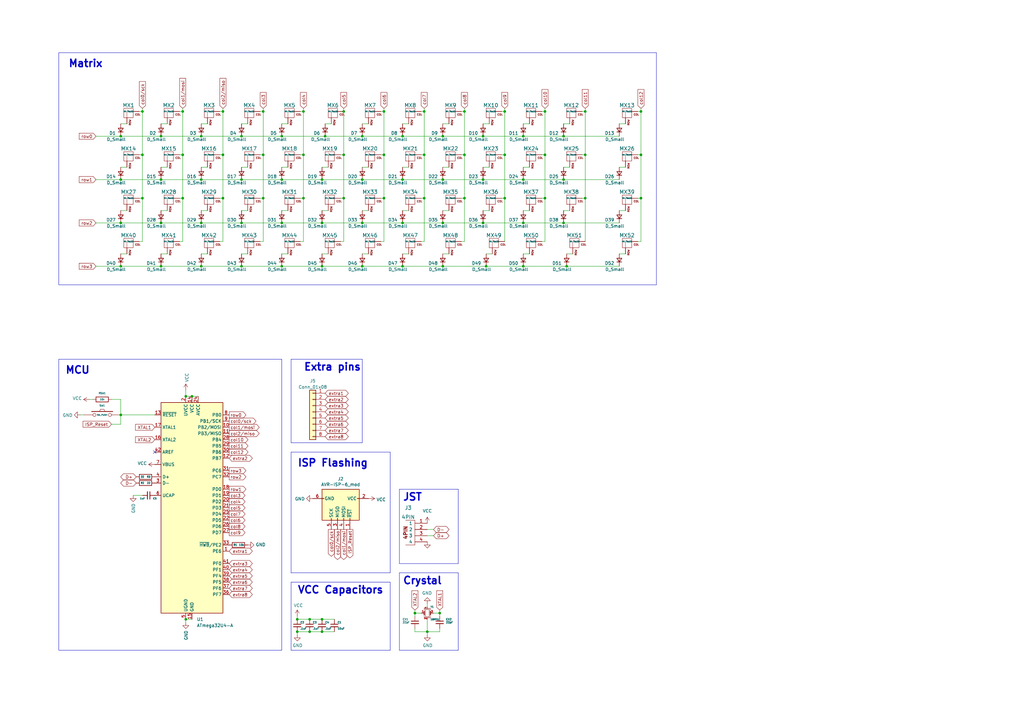
<source format=kicad_sch>
(kicad_sch (version 20230121) (generator eeschema)
  (paper "A3")
  (junction (at 66.04 91.44))
  (junction (at 140.97 63.5))
  (junction (at 133.35 55.88))
  (junction (at 214.63 55.88))
  (junction (at 157.48 45.72))
  (junction (at 190.5 81.28))
  (junction (at 91.44 45.72))
  (junction (at 121.92 254))
  (junction (at 214.63 91.44))
  (junction (at 49.53 170.18))
  (junction (at 58.42 63.5))
  (junction (at 214.63 109.22))
  (junction (at 148.59 91.44))
  (junction (at 132.08 91.44))
  (junction (at 99.06 91.44))
  (junction (at 148.59 55.88))
  (junction (at 99.06 55.88))
  (junction (at 223.52 45.72))
  (junction (at 262.89 63.5))
  (junction (at 58.42 81.28))
  (junction (at 99.06 73.66))
  (junction (at 49.53 91.44))
  (junction (at 170.18 251.46))
  (junction (at 198.12 55.88))
  (junction (at 175.26 259.08))
  (junction (at 180.34 251.46))
  (junction (at 181.61 73.66))
  (junction (at 121.92 259.08))
  (junction (at 58.42 45.72))
  (junction (at 165.1 109.22))
  (junction (at 231.14 91.44))
  (junction (at 82.55 91.44))
  (junction (at 124.46 45.72))
  (junction (at 223.52 81.28))
  (junction (at 78.74 162.56))
  (junction (at 231.14 73.66))
  (junction (at 124.46 63.5))
  (junction (at 190.5 45.72))
  (junction (at 207.01 81.28))
  (junction (at 181.61 91.44))
  (junction (at 76.2 254))
  (junction (at 66.04 109.22))
  (junction (at 124.46 81.28))
  (junction (at 165.1 55.88))
  (junction (at 82.55 109.22))
  (junction (at 132.08 254))
  (junction (at 190.5 63.5))
  (junction (at 66.04 73.66))
  (junction (at 127 259.08))
  (junction (at 140.97 45.72))
  (junction (at 74.93 63.5))
  (junction (at 207.01 63.5))
  (junction (at 115.57 91.44))
  (junction (at 231.14 55.88))
  (junction (at 91.44 63.5))
  (junction (at 107.95 63.5))
  (junction (at 132.08 259.08))
  (junction (at 132.08 109.22))
  (junction (at 107.95 45.72))
  (junction (at 127 254))
  (junction (at 157.48 81.28))
  (junction (at 214.63 73.66))
  (junction (at 148.59 109.22))
  (junction (at 49.53 73.66))
  (junction (at 91.44 81.28))
  (junction (at 115.57 73.66))
  (junction (at 165.1 73.66))
  (junction (at 115.57 109.22))
  (junction (at 165.1 91.44))
  (junction (at 223.52 63.5))
  (junction (at 157.48 63.5))
  (junction (at 99.06 109.22))
  (junction (at 173.99 45.72))
  (junction (at 240.03 63.5))
  (junction (at 181.61 109.22))
  (junction (at 140.97 81.28))
  (junction (at 82.55 55.88))
  (junction (at 49.53 55.88))
  (junction (at 262.89 45.72))
  (junction (at 107.95 81.28))
  (junction (at 199.39 109.22))
  (junction (at 262.89 81.28))
  (junction (at 207.01 45.72))
  (junction (at 76.2 162.56))
  (junction (at 115.57 55.88))
  (junction (at 66.04 55.88))
  (junction (at 132.08 73.66))
  (junction (at 181.61 55.88))
  (junction (at 74.93 45.72))
  (junction (at 198.12 73.66))
  (junction (at 82.55 73.66))
  (junction (at 49.53 109.22))
  (junction (at 240.03 81.28))
  (junction (at 232.41 109.22))
  (junction (at 74.93 81.28))
  (junction (at 173.99 81.28))
  (junction (at 148.59 73.66))
  (junction (at 240.03 45.72))
  (junction (at 173.99 63.5))
  (junction (at 198.12 91.44))
  (no_connect (at 63.5 185.42))
  (wire (pts (xy 223.52 63.5) (xy 222.25 63.5)))
  (wire (pts (xy 140.97 81.28) (xy 139.7 81.28)))
  (wire (pts (xy 157.48 63.5) (xy 156.21 63.5)))
  (wire (pts (xy 231.14 73.66) (xy 254 73.66)))
  (polyline (pts (xy 160.02 185.42) (xy 160.02 234.95)))
  (wire (pts (xy 214.63 104.14) (xy 217.17 104.14)))
  (wire (pts (xy 165.1 91.44) (xy 181.61 91.44)))
  (wire (pts (xy 107.95 45.72) (xy 106.68 45.72)))
  (wire (pts (xy 45.72 163.83) (xy 49.53 163.83)))
  (wire (pts (xy 76.2 254) (xy 76.2 255.27)))
  (wire (pts (xy 180.34 259.08) (xy 180.34 257.81)))
  (wire (pts (xy 199.39 104.14) (xy 201.93 104.14)))
  (wire (pts (xy 38.1 163.83) (xy 36.83 163.83)))
  (polyline (pts (xy 160.02 234.95) (xy 119.38 234.95)))
  (wire (pts (xy 115.57 68.58) (xy 118.11 68.58)))
  (wire (pts (xy 137.16 254) (xy 132.08 254)))
  (wire (pts (xy 189.23 63.5) (xy 190.5 63.5)))
  (wire (pts (xy 231.14 50.8) (xy 233.68 50.8)))
  (wire (pts (xy 115.57 50.8) (xy 118.11 50.8)))
  (wire (pts (xy 132.08 68.58) (xy 134.62 68.58)))
  (wire (pts (xy 123.19 81.28) (xy 124.46 81.28)))
  (wire (pts (xy 223.52 44.45) (xy 223.52 45.72)))
  (wire (pts (xy 123.19 63.5) (xy 124.46 63.5)))
  (wire (pts (xy 172.72 251.46) (xy 170.18 251.46)))
  (wire (pts (xy 106.68 63.5) (xy 107.95 63.5)))
  (wire (pts (xy 231.14 86.36) (xy 233.68 86.36)))
  (wire (pts (xy 238.76 63.5) (xy 240.03 63.5)))
  (wire (pts (xy 73.66 63.5) (xy 74.93 63.5)))
  (wire (pts (xy 254 68.58) (xy 256.54 68.58)))
  (wire (pts (xy 254 50.8) (xy 256.54 50.8)))
  (wire (pts (xy 57.15 63.5) (xy 58.42 63.5)))
  (wire (pts (xy 261.62 63.5) (xy 262.89 63.5)))
  (wire (pts (xy 157.48 45.72) (xy 157.48 63.5)))
  (wire (pts (xy 181.61 91.44) (xy 198.12 91.44)))
  (wire (pts (xy 254 86.36) (xy 256.54 86.36)))
  (wire (pts (xy 189.23 45.72) (xy 190.5 45.72)))
  (wire (pts (xy 214.63 109.22) (xy 232.41 109.22)))
  (wire (pts (xy 34.29 170.18) (xy 33.02 170.18)))
  (wire (pts (xy 139.7 63.5) (xy 140.97 63.5)))
  (wire (pts (xy 66.04 68.58) (xy 68.58 68.58)))
  (wire (pts (xy 73.66 45.72) (xy 74.93 45.72)))
  (wire (pts (xy 49.53 68.58) (xy 52.07 68.58)))
  (wire (pts (xy 76.2 162.56) (xy 78.74 162.56)))
  (wire (pts (xy 165.1 86.36) (xy 167.64 86.36)))
  (wire (pts (xy 58.42 63.5) (xy 58.42 81.28)))
  (wire (pts (xy 165.1 109.22) (xy 181.61 109.22)))
  (wire (pts (xy 132.08 104.14) (xy 134.62 104.14)))
  (wire (pts (xy 123.19 45.72) (xy 124.46 45.72)))
  (wire (pts (xy 91.44 63.5) (xy 91.44 81.28)))
  (wire (pts (xy 90.17 99.06) (xy 91.44 99.06)))
  (wire (pts (xy 66.04 50.8) (xy 68.58 50.8)))
  (wire (pts (xy 180.34 251.46) (xy 180.34 250.19)))
  (wire (pts (xy 99.06 109.22) (xy 115.57 109.22)))
  (wire (pts (xy 115.57 55.88) (xy 133.35 55.88)))
  (wire (pts (xy 173.99 44.45) (xy 173.99 45.72)))
  (polyline (pts (xy 163.83 200.66) (xy 187.96 200.66)))
  (wire (pts (xy 107.95 45.72) (xy 107.95 63.5)))
  (wire (pts (xy 148.59 109.22) (xy 165.1 109.22)))
  (wire (pts (xy 207.01 44.45) (xy 207.01 45.72)))
  (wire (pts (xy 82.55 104.14) (xy 85.09 104.14)))
  (wire (pts (xy 180.34 251.46) (xy 180.34 252.73)))
  (wire (pts (xy 207.01 81.28) (xy 205.74 81.28)))
  (polyline (pts (xy 187.96 266.7) (xy 187.96 234.95)))
  (wire (pts (xy 156.21 99.06) (xy 157.48 99.06)))
  (wire (pts (xy 58.42 45.72) (xy 58.42 63.5)))
  (wire (pts (xy 172.72 81.28) (xy 173.99 81.28)))
  (wire (pts (xy 262.89 81.28) (xy 262.89 99.06)))
  (wire (pts (xy 49.53 109.22) (xy 66.04 109.22)))
  (wire (pts (xy 124.46 99.06) (xy 123.19 99.06)))
  (wire (pts (xy 74.93 81.28) (xy 74.93 99.06)))
  (wire (pts (xy 107.95 44.45) (xy 107.95 45.72)))
  (wire (pts (xy 107.95 81.28) (xy 107.95 99.06)))
  (wire (pts (xy 214.63 68.58) (xy 217.17 68.58)))
  (wire (pts (xy 39.37 73.66) (xy 49.53 73.66)))
  (wire (pts (xy 132.08 91.44) (xy 148.59 91.44)))
  (wire (pts (xy 222.25 81.28) (xy 223.52 81.28)))
  (wire (pts (xy 115.57 109.22) (xy 132.08 109.22)))
  (wire (pts (xy 165.1 55.88) (xy 181.61 55.88)))
  (wire (pts (xy 132.08 109.22) (xy 148.59 109.22)))
  (wire (pts (xy 74.93 63.5) (xy 74.93 81.28)))
  (wire (pts (xy 232.41 104.14) (xy 234.95 104.14)))
  (wire (pts (xy 148.59 50.8) (xy 151.13 50.8)))
  (wire (pts (xy 49.53 73.66) (xy 66.04 73.66)))
  (wire (pts (xy 133.35 55.88) (xy 148.59 55.88)))
  (wire (pts (xy 262.89 45.72) (xy 262.89 63.5)))
  (wire (pts (xy 124.46 44.45) (xy 124.46 45.72)))
  (wire (pts (xy 82.55 50.8) (xy 85.09 50.8)))
  (wire (pts (xy 189.23 81.28) (xy 190.5 81.28)))
  (wire (pts (xy 106.68 99.06) (xy 107.95 99.06)))
  (polyline (pts (xy 187.96 200.66) (xy 187.96 231.14)))
  (wire (pts (xy 148.59 86.36) (xy 151.13 86.36)))
  (wire (pts (xy 74.93 81.28) (xy 73.66 81.28)))
  (wire (pts (xy 240.03 45.72) (xy 240.03 63.5)))
  (wire (pts (xy 175.26 217.17) (xy 177.8 217.17)))
  (wire (pts (xy 165.1 68.58) (xy 167.64 68.58)))
  (wire (pts (xy 76.2 254) (xy 78.74 254)))
  (wire (pts (xy 82.55 73.66) (xy 99.06 73.66)))
  (wire (pts (xy 148.59 104.14) (xy 151.13 104.14)))
  (wire (pts (xy 91.44 81.28) (xy 91.44 99.06)))
  (polyline (pts (xy 119.38 234.95) (xy 119.38 185.42)))
  (wire (pts (xy 140.97 63.5) (xy 140.97 81.28)))
  (wire (pts (xy 99.06 86.36) (xy 101.6 86.36)))
  (wire (pts (xy 190.5 81.28) (xy 190.5 99.06)))
  (wire (pts (xy 39.37 91.44) (xy 49.53 91.44)))
  (wire (pts (xy 39.37 109.22) (xy 49.53 109.22)))
  (wire (pts (xy 49.53 173.99) (xy 45.72 173.99)))
  (wire (pts (xy 240.03 44.45) (xy 240.03 45.72)))
  (wire (pts (xy 181.61 104.14) (xy 184.15 104.14)))
  (wire (pts (xy 175.26 259.08) (xy 175.26 260.35)))
  (wire (pts (xy 82.55 109.22) (xy 99.06 109.22)))
  (wire (pts (xy 181.61 68.58) (xy 184.15 68.58)))
  (wire (pts (xy 232.41 109.22) (xy 254 109.22)))
  (wire (pts (xy 115.57 104.14) (xy 118.11 104.14)))
  (wire (pts (xy 238.76 45.72) (xy 240.03 45.72)))
  (wire (pts (xy 223.52 81.28) (xy 223.52 99.06)))
  (wire (pts (xy 127 254) (xy 121.92 254)))
  (wire (pts (xy 207.01 63.5) (xy 207.01 81.28)))
  (wire (pts (xy 199.39 109.22) (xy 214.63 109.22)))
  (wire (pts (xy 139.7 99.06) (xy 140.97 99.06)))
  (wire (pts (xy 231.14 55.88) (xy 254 55.88)))
  (wire (pts (xy 124.46 45.72) (xy 124.46 63.5)))
  (wire (pts (xy 207.01 81.28) (xy 207.01 99.06)))
  (wire (pts (xy 181.61 73.66) (xy 198.12 73.66)))
  (wire (pts (xy 198.12 86.36) (xy 200.66 86.36)))
  (wire (pts (xy 66.04 104.14) (xy 68.58 104.14)))
  (wire (pts (xy 49.53 86.36) (xy 52.07 86.36)))
  (wire (pts (xy 76.2 160.02) (xy 76.2 162.56)))
  (polyline (pts (xy 119.38 266.7) (xy 160.02 266.7)))
  (wire (pts (xy 82.55 55.88) (xy 99.06 55.88)))
  (wire (pts (xy 133.35 50.8) (xy 135.89 50.8)))
  (wire (pts (xy 107.95 63.5) (xy 107.95 81.28)))
  (wire (pts (xy 66.04 73.66) (xy 82.55 73.66)))
  (wire (pts (xy 91.44 63.5) (xy 90.17 63.5)))
  (wire (pts (xy 207.01 45.72) (xy 207.01 63.5)))
  (wire (pts (xy 262.89 63.5) (xy 262.89 81.28)))
  (wire (pts (xy 49.53 104.14) (xy 52.07 104.14)))
  (wire (pts (xy 140.97 44.45) (xy 140.97 45.72)))
  (wire (pts (xy 91.44 45.72) (xy 91.44 63.5)))
  (wire (pts (xy 54.61 203.2) (xy 58.42 203.2)))
  (wire (pts (xy 99.06 68.58) (xy 101.6 68.58)))
  (wire (pts (xy 175.26 219.71) (xy 177.8 219.71)))
  (wire (pts (xy 240.03 81.28) (xy 240.03 99.06)))
  (wire (pts (xy 49.53 163.83) (xy 49.53 170.18)))
  (wire (pts (xy 127 259.08) (xy 121.92 259.08)))
  (wire (pts (xy 262.89 44.45) (xy 262.89 45.72)))
  (wire (pts (xy 261.62 81.28) (xy 262.89 81.28)))
  (wire (pts (xy 115.57 91.44) (xy 132.08 91.44)))
  (wire (pts (xy 57.15 45.72) (xy 58.42 45.72)))
  (wire (pts (xy 106.68 81.28) (xy 107.95 81.28)))
  (wire (pts (xy 132.08 259.08) (xy 127 259.08)))
  (wire (pts (xy 261.62 45.72) (xy 262.89 45.72)))
  (polyline (pts (xy 119.38 185.42) (xy 160.02 185.42)))
  (wire (pts (xy 198.12 73.66) (xy 214.63 73.66)))
  (wire (pts (xy 115.57 73.66) (xy 132.08 73.66)))
  (wire (pts (xy 121.92 259.08) (xy 121.92 260.35)))
  (wire (pts (xy 148.59 55.88) (xy 165.1 55.88)))
  (polyline (pts (xy 163.83 234.95) (xy 187.96 234.95)))
  (wire (pts (xy 170.18 257.81) (xy 170.18 259.08)))
  (wire (pts (xy 49.53 55.88) (xy 66.04 55.88)))
  (wire (pts (xy 238.76 81.28) (xy 240.03 81.28)))
  (wire (pts (xy 82.55 86.36) (xy 85.09 86.36)))
  (wire (pts (xy 78.74 162.56) (xy 81.28 162.56)))
  (wire (pts (xy 173.99 45.72) (xy 173.99 63.5)))
  (wire (pts (xy 148.59 91.44) (xy 165.1 91.44)))
  (wire (pts (xy 181.61 50.8) (xy 184.15 50.8)))
  (wire (pts (xy 231.14 91.44) (xy 254 91.44)))
  (wire (pts (xy 124.46 81.28) (xy 124.46 99.06)))
  (wire (pts (xy 121.92 252.73) (xy 121.92 254)))
  (wire (pts (xy 198.12 50.8) (xy 200.66 50.8)))
  (wire (pts (xy 99.06 50.8) (xy 101.6 50.8)))
  (wire (pts (xy 223.52 45.72) (xy 223.52 63.5)))
  (wire (pts (xy 222.25 99.06) (xy 223.52 99.06)))
  (wire (pts (xy 49.53 170.18) (xy 49.53 173.99)))
  (wire (pts (xy 254 104.14) (xy 256.54 104.14)))
  (wire (pts (xy 165.1 73.66) (xy 181.61 73.66)))
  (wire (pts (xy 58.42 99.06) (xy 57.15 99.06)))
  (wire (pts (xy 261.62 99.06) (xy 262.89 99.06)))
  (wire (pts (xy 198.12 68.58) (xy 200.66 68.58)))
  (wire (pts (xy 49.53 50.8) (xy 52.07 50.8)))
  (wire (pts (xy 156.21 45.72) (xy 157.48 45.72)))
  (polyline (pts (xy 119.38 238.76) (xy 119.38 266.7)))
  (polyline (pts (xy 160.02 266.7) (xy 160.02 238.76)))
  (wire (pts (xy 91.44 44.45) (xy 91.44 45.72)))
  (wire (pts (xy 58.42 44.45) (xy 58.42 45.72)))
  (wire (pts (xy 137.16 259.08) (xy 132.08 259.08)))
  (wire (pts (xy 205.74 45.72) (xy 207.01 45.72)))
  (wire (pts (xy 82.55 68.58) (xy 85.09 68.58)))
  (wire (pts (xy 198.12 91.44) (xy 214.63 91.44)))
  (wire (pts (xy 73.66 99.06) (xy 74.93 99.06)))
  (wire (pts (xy 240.03 63.5) (xy 240.03 81.28)))
  (wire (pts (xy 66.04 91.44) (xy 82.55 91.44)))
  (wire (pts (xy 190.5 63.5) (xy 190.5 81.28)))
  (wire (pts (xy 39.37 55.88) (xy 49.53 55.88)))
  (wire (pts (xy 132.08 254) (xy 127 254)))
  (wire (pts (xy 157.48 63.5) (xy 157.48 81.28)))
  (wire (pts (xy 140.97 45.72) (xy 140.97 63.5)))
  (wire (pts (xy 132.08 73.66) (xy 148.59 73.66)))
  (wire (pts (xy 173.99 81.28) (xy 173.99 99.06)))
  (wire (pts (xy 170.18 251.46) (xy 170.18 250.19)))
  (polyline (pts (xy 163.83 231.14) (xy 163.83 200.66)))
  (wire (pts (xy 165.1 50.8) (xy 167.64 50.8)))
  (wire (pts (xy 58.42 81.28) (xy 58.42 99.06)))
  (wire (pts (xy 156.21 81.28) (xy 157.48 81.28)))
  (wire (pts (xy 148.59 73.66) (xy 165.1 73.66)))
  (wire (pts (xy 214.63 50.8) (xy 217.17 50.8)))
  (wire (pts (xy 170.18 259.08) (xy 175.26 259.08)))
  (wire (pts (xy 49.53 170.18) (xy 63.5 170.18)))
  (polyline (pts (xy 163.83 266.7) (xy 187.96 266.7)))
  (wire (pts (xy 99.06 104.14) (xy 101.6 104.14)))
  (wire (pts (xy 175.26 254) (xy 175.26 259.08)))
  (wire (pts (xy 190.5 99.06) (xy 189.23 99.06)))
  (wire (pts (xy 205.74 63.5) (xy 207.01 63.5)))
  (wire (pts (xy 214.63 86.36) (xy 217.17 86.36)))
  (polyline (pts (xy 160.02 238.76) (xy 119.38 238.76)))
  (wire (pts (xy 214.63 55.88) (xy 231.14 55.88)))
  (wire (pts (xy 82.55 91.44) (xy 99.06 91.44)))
  (wire (pts (xy 99.06 91.44) (xy 115.57 91.44)))
  (wire (pts (xy 198.12 55.88) (xy 214.63 55.88)))
  (wire (pts (xy 115.57 86.36) (xy 118.11 86.36)))
  (wire (pts (xy 190.5 45.72) (xy 190.5 63.5)))
  (wire (pts (xy 132.08 86.36) (xy 134.62 86.36)))
  (wire (pts (xy 49.53 91.44) (xy 66.04 91.44)))
  (wire (pts (xy 148.59 68.58) (xy 151.13 68.58)))
  (wire (pts (xy 99.06 55.88) (xy 115.57 55.88)))
  (wire (pts (xy 223.52 63.5) (xy 223.52 81.28)))
  (wire (pts (xy 214.63 73.66) (xy 231.14 73.66)))
  (wire (pts (xy 66.04 55.88) (xy 82.55 55.88)))
  (wire (pts (xy 175.26 247.65) (xy 175.26 248.92)))
  (wire (pts (xy 177.8 251.46) (xy 180.34 251.46)))
  (wire (pts (xy 66.04 109.22) (xy 82.55 109.22)))
  (wire (pts (xy 90.17 81.28) (xy 91.44 81.28)))
  (polyline (pts (xy 163.83 231.14) (xy 187.96 231.14)))
  (wire (pts (xy 173.99 45.72) (xy 172.72 45.72)))
  (wire (pts (xy 124.46 63.5) (xy 124.46 81.28)))
  (wire (pts (xy 99.06 73.66) (xy 115.57 73.66)))
  (wire (pts (xy 157.48 44.45) (xy 157.48 45.72)))
  (wire (pts (xy 190.5 44.45) (xy 190.5 45.72)))
  (polyline (pts (xy 163.83 234.95) (xy 163.83 266.7)))
  (wire (pts (xy 172.72 63.5) (xy 173.99 63.5)))
  (wire (pts (xy 175.26 259.08) (xy 180.34 259.08)))
  (wire (pts (xy 181.61 109.22) (xy 199.39 109.22)))
  (wire (pts (xy 90.17 45.72) (xy 91.44 45.72)))
  (wire (pts (xy 66.04 86.36) (xy 68.58 86.36)))
  (wire (pts (xy 222.25 45.72) (xy 223.52 45.72)))
  (wire (pts (xy 74.93 45.72) (xy 74.93 63.5)))
  (wire (pts (xy 165.1 104.14) (xy 167.64 104.14)))
  (wire (pts (xy 140.97 81.28) (xy 140.97 99.06)))
  (wire (pts (xy 57.15 81.28) (xy 58.42 81.28)))
  (wire (pts (xy 214.63 91.44) (xy 231.14 91.44)))
  (wire (pts (xy 181.61 86.36) (xy 184.15 86.36)))
  (wire (pts (xy 170.18 251.46) (xy 170.18 252.73)))
  (wire (pts (xy 231.14 68.58) (xy 233.68 68.58)))
  (wire (pts (xy 173.99 63.5) (xy 173.99 81.28)))
  (wire (pts (xy 172.72 99.06) (xy 173.99 99.06)))
  (wire (pts (xy 181.61 55.88) (xy 198.12 55.88)))
  (wire (pts (xy 74.93 44.45) (xy 74.93 45.72)))
  (wire (pts (xy 157.48 81.28) (xy 157.48 99.06)))
  (rectangle (start 24.13 147.32) (end 115.57 266.7))
  (rectangle (start 119.38 147.32) (end 148.59 181.61))
  (rectangle (start 24.13 21.59) (end 269.24 116.84))
  (text "ISP Flashing" (at 121.92 191.77 0) (effects (font (size 3 3) (thickness 0.6) bold) (justify left bottom)))
  (text "Matrix" (at 27.94 27.94 0) (effects (font (size 3 3) (thickness 0.6) bold) (justify left bottom)))
  (text "VCC Capacitors" (at 121.92 243.84 0) (effects (font (size 3 3) (thickness 0.6) bold) (justify left bottom)))
  (text "Crystal" (at 165.1 240.03 0) (effects (font (size 3 3) (thickness 0.6) bold) (justify left bottom)))
  (text "Extra pins" (at 124.46 152.4 0) (effects (font (size 3 3) (thickness 0.6) bold) (justify left bottom)))
  (text "JST" (at 165.1 205.74 0) (effects (font (size 3 3) (thickness 0.6) bold) (justify left bottom)))
  (text "MCU" (at 26.67 153.67 0) (effects (font (size 3 3) (thickness 0.6) bold) (justify left bottom)))
  (global_label "row0" (shape input) (at 39.37 55.88 180) (property "Intersheetrefs" "${INTERSHEET_REFS}" (effects hide)))
  (global_label "col5" (shape output) (at 93.98 208.28 0) (property "Intersheetrefs" "${INTERSHEET_REFS}" (effects hide)))
  (global_label "col8" (shape output) (at 93.98 215.9 0) (property "Intersheetrefs" "${INTERSHEET_REFS}" (effects hide)))
  (global_label "col6" (shape output) (at 93.98 213.36 0) (property "Intersheetrefs" "${INTERSHEET_REFS}" (effects hide)))
  (global_label "row3" (shape output) (at 93.98 193.04 0) (property "Intersheetrefs" "${INTERSHEET_REFS}" (effects hide)))
  (global_label "col4" (shape input) (at 124.46 44.45 90) (property "Intersheetrefs" "${INTERSHEET_REFS}" (effects hide)))
  (global_label "extra1" (shape bidirectional) (at 133.35 161.29 0) (property "Intersheetrefs" "${INTERSHEET_REFS}" (effects hide)))
  (global_label "col9" (shape output) (at 93.98 218.44 0) (property "Intersheetrefs" "${INTERSHEET_REFS}" (effects hide)))
  (global_label "extra8" (shape bidirectional) (at 93.98 243.84 0) (property "Intersheetrefs" "${INTERSHEET_REFS}" (effects hide)))
  (global_label "D+" (shape bidirectional) (at 55.88 195.58 180) (property "Intersheetrefs" "${INTERSHEET_REFS}" (effects hide)))
  (global_label "extra3" (shape bidirectional) (at 133.35 166.37 0) (property "Intersheetrefs" "${INTERSHEET_REFS}" (effects hide)))
  (global_label "extra6" (shape bidirectional) (at 93.98 238.76 0) (property "Intersheetrefs" "${INTERSHEET_REFS}" (effects hide)))
  (global_label "col0{slash}sck" (shape output) (at 135.89 217.17 270) (property "Intersheetrefs" "${INTERSHEET_REFS}" (effects hide)))
  (global_label "col2{slash}miso" (shape input) (at 91.44 44.45 90) (property "Intersheetrefs" "${INTERSHEET_REFS}" (effects hide)))
  (global_label "ISP_Reset" (shape output) (at 143.51 217.17 270) (property "Intersheetrefs" "${INTERSHEET_REFS}" (effects hide)))
  (global_label "extra7" (shape bidirectional) (at 133.35 176.53 0) (property "Intersheetrefs" "${INTERSHEET_REFS}" (effects hide)))
  (global_label "col6" (shape input) (at 157.48 44.45 90) (property "Intersheetrefs" "${INTERSHEET_REFS}" (effects hide)))
  (global_label "XTAL1" (shape input) (at 63.5 175.26 180) (property "Intersheetrefs" "${INTERSHEET_REFS}" (effects hide)))
  (global_label "row2" (shape input) (at 39.37 91.44 180) (property "Intersheetrefs" "${INTERSHEET_REFS}" (effects hide)))
  (global_label "col2{slash}miso" (shape output) (at 138.43 217.17 270) (property "Intersheetrefs" "${INTERSHEET_REFS}" (effects hide)))
  (global_label "extra5" (shape bidirectional) (at 93.98 236.22 0) (property "Intersheetrefs" "${INTERSHEET_REFS}" (effects hide)))
  (global_label "col3" (shape input) (at 107.95 44.45 90) (property "Intersheetrefs" "${INTERSHEET_REFS}" (effects hide)))
  (global_label "D-" (shape bidirectional) (at 55.88 198.12 180) (property "Intersheetrefs" "${INTERSHEET_REFS}" (effects hide)))
  (global_label "extra6" (shape bidirectional) (at 133.35 173.99 0) (property "Intersheetrefs" "${INTERSHEET_REFS}" (effects hide)))
  (global_label "col1{slash}mosi" (shape output) (at 140.97 217.17 270) (property "Intersheetrefs" "${INTERSHEET_REFS}" (effects hide)))
  (global_label "XTAL1" (shape input) (at 180.34 250.19 90) (property "Intersheetrefs" "${INTERSHEET_REFS}" (effects hide)))
  (global_label "extra7" (shape bidirectional) (at 93.98 241.3 0) (property "Intersheetrefs" "${INTERSHEET_REFS}" (effects hide)))
  (global_label "col9" (shape input) (at 207.01 44.45 90) (property "Intersheetrefs" "${INTERSHEET_REFS}" (effects hide)))
  (global_label "extra1" (shape bidirectional) (at 93.98 226.06 0) (property "Intersheetrefs" "${INTERSHEET_REFS}" (effects hide)))
  (global_label "col5" (shape input) (at 140.97 44.45 90) (property "Intersheetrefs" "${INTERSHEET_REFS}" (effects hide)))
  (global_label "XTAL2" (shape input) (at 63.5 180.34 180) (property "Intersheetrefs" "${INTERSHEET_REFS}" (effects hide)))
  (global_label "col2{slash}miso" (shape output) (at 93.98 177.8 0) (property "Intersheetrefs" "${INTERSHEET_REFS}" (effects hide)))
  (global_label "row1" (shape output) (at 93.98 200.66 0) (property "Intersheetrefs" "${INTERSHEET_REFS}" (effects hide)))
  (global_label "col3" (shape output) (at 93.98 203.2 0) (property "Intersheetrefs" "${INTERSHEET_REFS}" (effects hide)))
  (global_label "row0" (shape output) (at 93.98 170.18 0) (property "Intersheetrefs" "${INTERSHEET_REFS}" (effects hide)))
  (global_label "extra2" (shape bidirectional) (at 133.35 163.83 0) (property "Intersheetrefs" "${INTERSHEET_REFS}" (effects hide)))
  (global_label "extra8" (shape bidirectional) (at 133.35 179.07 0) (property "Intersheetrefs" "${INTERSHEET_REFS}" (effects hide)))
  (global_label "extra4" (shape bidirectional) (at 93.98 233.68 0) (property "Intersheetrefs" "${INTERSHEET_REFS}" (effects hide)))
  (global_label "row1" (shape input) (at 39.37 73.66 180) (property "Intersheetrefs" "${INTERSHEET_REFS}" (effects hide)))
  (global_label "col10" (shape input) (at 223.52 44.45 90) (property "Intersheetrefs" "${INTERSHEET_REFS}" (effects hide)))
  (global_label "row3" (shape input) (at 39.37 109.22 180) (property "Intersheetrefs" "${INTERSHEET_REFS}" (effects hide)))
  (global_label "col1{slash}mosi" (shape input) (at 74.93 44.45 90) (property "Intersheetrefs" "${INTERSHEET_REFS}" (effects hide)))
  (global_label "D-" (shape bidirectional) (at 177.8 217.17 0) (property "Intersheetrefs" "${INTERSHEET_REFS}" (effects hide)))
  (global_label "col4" (shape output) (at 93.98 205.74 0) (property "Intersheetrefs" "${INTERSHEET_REFS}" (effects hide)))
  (global_label "col7" (shape input) (at 173.99 44.45 90) (property "Intersheetrefs" "${INTERSHEET_REFS}" (effects hide)))
  (global_label "col0{slash}sck" (shape input) (at 58.42 44.45 90) (property "Intersheetrefs" "${INTERSHEET_REFS}" (effects hide)))
  (global_label "D+" (shape bidirectional) (at 177.8 219.71 0) (property "Intersheetrefs" "${INTERSHEET_REFS}" (effects hide)))
  (global_label "col11" (shape output) (at 93.98 182.88 0) (property "Intersheetrefs" "${INTERSHEET_REFS}" (effects hide)))
  (global_label "extra2" (shape bidirectional) (at 93.98 187.96 0) (property "Intersheetrefs" "${INTERSHEET_REFS}" (effects hide)))
  (global_label "extra4" (shape bidirectional) (at 133.35 168.91 0) (property "Intersheetrefs" "${INTERSHEET_REFS}" (effects hide)))
  (global_label "XTAL2" (shape input) (at 170.18 250.19 90) (property "Intersheetrefs" "${INTERSHEET_REFS}" (effects hide)))
  (global_label "row2" (shape output) (at 93.98 195.58 0) (property "Intersheetrefs" "${INTERSHEET_REFS}" (effects hide)))
  (global_label "extra5" (shape bidirectional) (at 133.35 171.45 0) (property "Intersheetrefs" "${INTERSHEET_REFS}" (effects hide)))
  (global_label "col7" (shape output) (at 93.98 210.82 0) (property "Intersheetrefs" "${INTERSHEET_REFS}" (effects hide)))
  (global_label "col1{slash}mosi" (shape output) (at 93.98 175.26 0) (property "Intersheetrefs" "${INTERSHEET_REFS}" (effects hide)))
  (global_label "col12" (shape output) (at 93.98 185.42 0) (property "Intersheetrefs" "${INTERSHEET_REFS}" (effects hide)))
  (global_label "col0{slash}sck" (shape output) (at 93.98 172.72 0) (property "Intersheetrefs" "${INTERSHEET_REFS}" (effects hide)))
  (global_label "extra3" (shape bidirectional) (at 93.98 231.14 0) (property "Intersheetrefs" "${INTERSHEET_REFS}" (effects hide)))
  (global_label "col10" (shape output) (at 93.98 180.34 0) (property "Intersheetrefs" "${INTERSHEET_REFS}" (effects hide)))
  (global_label "col11" (shape input) (at 240.03 44.45 90) (property "Intersheetrefs" "${INTERSHEET_REFS}" (effects hide)))
  (global_label "col12" (shape input) (at 262.89 44.45 90) (property "Intersheetrefs" "${INTERSHEET_REFS}" (effects hide)))
  (global_label "ISP_Reset" (shape input) (at 45.72 173.99 180) (property "Intersheetrefs" "${INTERSHEET_REFS}" (effects hide)))
  (global_label "col8" (shape input) (at 190.5 44.45 90) (property "Intersheetrefs" "${INTERSHEET_REFS}" (effects hide)))
  (symbol (lib_id "Device:D_Small") (at 231.14 71.12 90) (unit 1)
    (property "Reference" "D25" (at 229.108 72.39 90) (effects (justify left)))
    (property "Value" "D_Small" (at 233.172 74.93 90) (effects (justify left)))
    (property "Footprint" "Diode_SMD:D_SOD-123" (effects hide))
    (property "Sim.Device" "D" (effects hide))
    (property "Sim.Pins" "1=K 2=A" (effects hide))
  )
  (symbol (lib_id "MX_Alps_Hybrid:MX-NoLED") (at 102.87 100.33 0) (unit 1)
    (property "Reference" "MX43" (at 102.235 96.52 0) (effects (font (size 1.524 1.524))))
    (property "Value" "MX-NoLED" (at 102.235 99.06 0) (effects (font (size 0.508 0.508))))
    (property "Footprint" "marbastlib-mx:SW_MX_HS_S_1u" (effects hide))
  )
  (symbol (lib_id "Device:D_Small") (at 214.63 106.68 90) (unit 1)
    (property "Reference" "D50" (at 212.598 107.95 90) (effects (justify left)))
    (property "Value" "D_Small" (at 216.662 110.49 90) (effects (justify left)))
    (property "Footprint" "Diode_SMD:D_SOD-123" (effects hide))
    (property "Sim.Device" "D" (effects hide))
    (property "Sim.Pins" "1=K 2=A" (effects hide))
  )
  (symbol (lib_id "MX_Alps_Hybrid:MX-NoLED") (at 168.91 82.55 0) (unit 1)
    (property "Reference" "MX34" (at 168.275 78.74 0) (effects (font (size 1.524 1.524))))
    (property "Value" "MX-NoLED" (at 168.275 81.28 0) (effects (font (size 0.508 0.508))))
    (property "Footprint" "marbastlib-mx:SW_MX_HS_S_1u" (effects hide))
  )
  (symbol (lib_id "power:GND") (at 76.2 255.27 0) (unit 1)
    (property "Reference" "#PWR05" (effects hide))
    (property "Value" "GND" (at 76.327 258.5212 90) (effects (justify right)))
  )
  (symbol (lib_id "MX_Alps_Hybrid:MX-NoLED") (at 218.44 64.77 0) (unit 1)
    (property "Reference" "MX24" (at 217.805 60.96 0) (effects (font (size 1.524 1.524))))
    (property "Value" "MX-NoLED" (at 217.805 63.5 0) (effects (font (size 0.508 0.508))))
    (property "Footprint" "marbastlib-mx:SW_MX_HS_S_1u" (effects hide))
  )
  (symbol (lib_id "Device:D_Small") (at 254 71.12 90) (unit 1)
    (property "Reference" "D26" (at 251.968 72.39 90) (effects (justify left)))
    (property "Value" "D_Small" (at 256.032 74.93 90) (effects (justify left)))
    (property "Footprint" "Diode_SMD:D_SOD-123" (effects hide))
    (property "Sim.Device" "D" (effects hide))
    (property "Sim.Pins" "1=K 2=A" (effects hide))
  )
  (symbol (lib_id "Device:D_Small") (at 231.14 88.9 90) (unit 1)
    (property "Reference" "D38" (at 229.108 90.17 90) (effects (justify left)))
    (property "Value" "D_Small" (at 233.172 92.71 90) (effects (justify left)))
    (property "Footprint" "Diode_SMD:D_SOD-123" (effects hide))
    (property "Sim.Device" "D" (effects hide))
    (property "Sim.Pins" "1=K 2=A" (effects hide))
  )
  (symbol (lib_id "Device:D_Small") (at 232.41 106.68 90) (unit 1)
    (property "Reference" "D51" (at 230.378 107.95 90) (effects (justify left)))
    (property "Value" "D_Small" (at 234.442 110.49 90) (effects (justify left)))
    (property "Footprint" "Diode_SMD:D_SOD-123" (effects hide))
    (property "Sim.Device" "D" (effects hide))
    (property "Sim.Pins" "1=K 2=A" (effects hide))
  )
  (symbol (lib_id "Device:D_Small") (at 181.61 106.68 90) (unit 1)
    (property "Reference" "D48" (at 179.578 107.95 90) (effects (justify left)))
    (property "Value" "D_Small" (at 183.642 110.49 90) (effects (justify left)))
    (property "Footprint" "Diode_SMD:D_SOD-123" (effects hide))
    (property "Sim.Device" "D" (effects hide))
    (property "Sim.Pins" "1=K 2=A" (effects hide))
  )
  (symbol (lib_id "Device:D_Small") (at 198.12 71.12 90) (unit 1)
    (property "Reference" "D23" (at 196.088 72.39 90) (effects (justify left)))
    (property "Value" "D_Small" (at 200.152 74.93 90) (effects (justify left)))
    (property "Footprint" "Diode_SMD:D_SOD-123" (effects hide))
    (property "Sim.Device" "D" (effects hide))
    (property "Sim.Pins" "1=K 2=A" (effects hide))
  )
  (symbol (lib_id "MX_Alps_Hybrid:MX-NoLED") (at 53.34 100.33 0) (unit 1)
    (property "Reference" "MX40" (at 52.705 96.52 0) (effects (font (size 1.524 1.524))))
    (property "Value" "MX-NoLED" (at 52.705 99.06 0) (effects (font (size 0.508 0.508))))
    (property "Footprint" "marbastlib-mx:SW_MX_HS_S_1u" (effects hide))
  )
  (symbol (lib_id "power:GND") (at 121.92 260.35 0) (unit 1)
    (property "Reference" "#PWR015" (effects hide))
    (property "Value" "GND" (at 122.047 264.7442 0))
  )
  (symbol (lib_id "MX_Alps_Hybrid:MX-NoLED") (at 102.87 82.55 0) (unit 1)
    (property "Reference" "MX30" (at 102.235 78.74 0) (effects (font (size 1.524 1.524))))
    (property "Value" "MX-NoLED" (at 102.235 81.28 0) (effects (font (size 0.508 0.508))))
    (property "Footprint" "marbastlib-mx:SW_MX_HS_S_1u" (effects hide))
  )
  (symbol (lib_id "Device:D_Small") (at 115.57 88.9 90) (unit 1)
    (property "Reference" "D31" (at 113.538 90.17 90) (effects (justify left)))
    (property "Value" "D_Small" (at 117.602 92.71 90) (effects (justify left)))
    (property "Footprint" "Diode_SMD:D_SOD-123" (effects hide))
    (property "Sim.Device" "D" (effects hide))
    (property "Sim.Pins" "1=K 2=A" (effects hide))
  )
  (symbol (lib_id "MX_Alps_Hybrid:MX-NoLED") (at 102.87 64.77 0) (unit 1)
    (property "Reference" "MX17" (at 102.235 60.96 0) (effects (font (size 1.524 1.524))))
    (property "Value" "MX-NoLED" (at 102.235 63.5 0) (effects (font (size 0.508 0.508))))
    (property "Footprint" "marbastlib-mx:SW_MX_HS_S_1u" (effects hide))
  )
  (symbol (lib_id "Device:D_Small") (at 115.57 53.34 90) (unit 1)
    (property "Reference" "D5" (at 113.538 54.61 90) (effects (justify left)))
    (property "Value" "D_Small" (at 117.602 57.15 90) (effects (justify left)))
    (property "Footprint" "Diode_SMD:D_SOD-123" (effects hide))
    (property "Sim.Device" "D" (effects hide))
    (property "Sim.Pins" "1=K 2=A" (effects hide))
  )
  (symbol (lib_id "MX_Alps_Hybrid:MX-NoLED") (at 102.87 46.99 0) (unit 1)
    (property "Reference" "MX4" (at 102.235 43.18 0) (effects (font (size 1.524 1.524))))
    (property "Value" "MX-NoLED" (at 102.235 45.72 0) (effects (font (size 0.508 0.508))))
    (property "Footprint" "marbastlib-mx:SW_MX_HS_S_1u" (effects hide))
  )
  (symbol (lib_id "Device:D_Small") (at 99.06 88.9 90) (unit 1)
    (property "Reference" "D30" (at 97.028 90.17 90) (effects (justify left)))
    (property "Value" "D_Small" (at 101.092 92.71 90) (effects (justify left)))
    (property "Footprint" "Diode_SMD:D_SOD-123" (effects hide))
    (property "Sim.Device" "D" (effects hide))
    (property "Sim.Pins" "1=K 2=A" (effects hide))
  )
  (symbol (lib_id "pcb-rescue:SW_PUSH-keyboard_parts-Ori-rescue-lucy-rescue") (at 41.91 170.18 0) (unit 1)
    (property "Reference" "SW1" (at 41.91 166.37 0) (effects (font (size 0.7112 0.7112))))
    (property "Value" "SW_PUSH" (at 41.91 170.18 0) (effects (font (size 0.6096 0.6096))))
    (property "Footprint" "random-keyboard-parts:SKQG-1155865" (effects hide))
  )
  (symbol (lib_id "Device:D_Small") (at 49.53 71.12 90) (unit 1)
    (property "Reference" "D14" (at 47.498 72.39 90) (effects (justify left)))
    (property "Value" "D_Small" (at 51.562 74.93 90) (effects (justify left)))
    (property "Footprint" "Diode_SMD:D_SOD-123" (effects hide))
    (property "Sim.Device" "D" (effects hide))
    (property "Sim.Pins" "1=K 2=A" (effects hide))
  )
  (symbol (lib_id "MX_Alps_Hybrid:MX-NoLED") (at 86.36 46.99 0) (unit 1)
    (property "Reference" "MX3" (at 85.725 43.18 0) (effects (font (size 1.524 1.524))))
    (property "Value" "MX-NoLED" (at 85.725 45.72 0) (effects (font (size 0.508 0.508))))
    (property "Footprint" "marbastlib-mx:SW_MX_HS_S_1u" (effects hide))
  )
  (symbol (lib_id "MX_Alps_Hybrid:MX-NoLED") (at 218.44 100.33 0) (unit 1)
    (property "Reference" "MX50" (at 217.805 96.52 0) (effects (font (size 1.524 1.524))))
    (property "Value" "MX-NoLED" (at 217.805 99.06 0) (effects (font (size 0.508 0.508))))
    (property "Footprint" "marbastlib-mx:SW_MX_HS_S_1u" (effects hide))
  )
  (symbol (lib_id "Device:R") (at 97.79 223.52 270) (unit 1)
    (property "Reference" "R1" (at 96.52 223.52 90) (effects (font (size 0.762 0.762))))
    (property "Value" "10k" (at 99.06 223.52 90) (effects (font (size 0.762 0.762))))
    (property "Footprint" "Resistor_SMD:R_0805_2012Metric" (effects hide))
  )
  (symbol (lib_id "Device:D_Small") (at 133.35 53.34 90) (unit 1)
    (property "Reference" "D6" (at 131.318 54.61 90) (effects (justify left)))
    (property "Value" "D_Small" (at 135.382 57.15 90) (effects (justify left)))
    (property "Footprint" "Diode_SMD:D_SOD-123" (effects hide))
    (property "Sim.Device" "D" (effects hide))
    (property "Sim.Pins" "1=K 2=A" (effects hide))
  )
  (symbol (lib_id "Device:D_Small") (at 214.63 71.12 90) (unit 1)
    (property "Reference" "D24" (at 212.598 72.39 90) (effects (justify left)))
    (property "Value" "D_Small" (at 216.662 74.93 90) (effects (justify left)))
    (property "Footprint" "Diode_SMD:D_SOD-123" (effects hide))
    (property "Sim.Device" "D" (effects hide))
    (property "Sim.Pins" "1=K 2=A" (effects hide))
  )
  (symbol (lib_id "MX_Alps_Hybrid:MX-NoLED") (at 86.36 82.55 0) (unit 1)
    (property "Reference" "MX29" (at 85.725 78.74 0) (effects (font (size 1.524 1.524))))
    (property "Value" "MX-NoLED" (at 85.725 81.28 0) (effects (font (size 0.508 0.508))))
    (property "Footprint" "marbastlib-mx:SW_MX_HS_S_1u" (effects hide))
  )
  (symbol (lib_id "Device:D_Small") (at 132.08 71.12 90) (unit 1)
    (property "Reference" "D19" (at 130.048 72.39 90) (effects (justify left)))
    (property "Value" "D_Small" (at 134.112 74.93 90) (effects (justify left)))
    (property "Footprint" "Diode_SMD:D_SOD-123" (effects hide))
    (property "Sim.Device" "D" (effects hide))
    (property "Sim.Pins" "1=K 2=A" (effects hide))
  )
  (symbol (lib_id "MX_Alps_Hybrid:MX-NoLED") (at 119.38 100.33 0) (unit 1)
    (property "Reference" "MX44" (at 118.745 96.52 0) (effects (font (size 1.524 1.524))))
    (property "Value" "MX-NoLED" (at 118.745 99.06 0) (effects (font (size 0.508 0.508))))
    (property "Footprint" "marbastlib-mx:SW_MX_HS_S_1u" (effects hide))
  )
  (symbol (lib_id "power:GND") (at 33.02 170.18 270) (unit 1)
    (property "Reference" "#PWR01" (effects hide))
    (property "Value" "GND" (at 29.7688 170.307 90) (effects (justify right)))
  )
  (symbol (lib_id "Device:D_Small") (at 199.39 106.68 90) (unit 1)
    (property "Reference" "D49" (at 197.358 107.95 90) (effects (justify left)))
    (property "Value" "D_Small" (at 201.422 110.49 90) (effects (justify left)))
    (property "Footprint" "Diode_SMD:D_SOD-123" (effects hide))
    (property "Sim.Device" "D" (effects hide))
    (property "Sim.Pins" "1=K 2=A" (effects hide))
  )
  (symbol (lib_id "Device:D_Small") (at 181.61 88.9 90) (unit 1)
    (property "Reference" "D35" (at 179.578 90.17 90) (effects (justify left)))
    (property "Value" "D_Small" (at 183.642 92.71 90) (effects (justify left)))
    (property "Footprint" "Diode_SMD:D_SOD-123" (effects hide))
    (property "Sim.Device" "D" (effects hide))
    (property "Sim.Pins" "1=K 2=A" (effects hide))
  )
  (symbol (lib_id "MX_Alps_Hybrid:MX-NoLED") (at 53.34 46.99 0) (unit 1)
    (property "Reference" "MX1" (at 52.705 43.18 0) (effects (font (size 1.524 1.524))))
    (property "Value" "MX-NoLED" (at 52.705 45.72 0) (effects (font (size 0.508 0.508))))
    (property "Footprint" "marbastlib-mx:SW_MX_HS_S_1u" (effects hide))
  )
  (symbol (lib_id "MX_Alps_Hybrid:MX-NoLED") (at 218.44 82.55 0) (unit 1)
    (property "Reference" "MX37" (at 217.805 78.74 0) (effects (font (size 1.524 1.524))))
    (property "Value" "MX-NoLED" (at 217.805 81.28 0) (effects (font (size 0.508 0.508))))
    (property "Footprint" "marbastlib-mx:SW_MX_HS_S_1u" (effects hide))
  )
  (symbol (lib_id "Device:R") (at 41.91 163.83 270) (unit 1)
    (property "Reference" "RSW1" (at 41.91 161.29 90) (effects (font (size 0.7112 0.7112))))
    (property "Value" "10k" (at 41.91 163.83 90) (effects (font (size 0.7112 0.7112))))
    (property "Footprint" "Resistor_SMD:R_0805_2012Metric" (effects hide))
  )
  (symbol (lib_id "Device:D_Small") (at 165.1 53.34 90) (unit 1)
    (property "Reference" "D8" (at 163.068 54.61 90) (effects (justify left)))
    (property "Value" "D_Small" (at 167.132 57.15 90) (effects (justify left)))
    (property "Footprint" "Diode_SMD:D_SOD-123" (effects hide))
    (property "Sim.Device" "D" (effects hide))
    (property "Sim.Pins" "1=K 2=A" (effects hide))
  )
  (symbol (lib_id "Device:R") (at 59.69 195.58 90) (unit 1)
    (property "Reference" "R3" (at 60.96 195.58 90) (effects (font (size 0.7112 0.7112))))
    (property "Value" "22" (at 58.42 195.58 90) (effects (font (size 0.7112 0.7112))))
    (property "Footprint" "Resistor_SMD:R_0805_2012Metric" (effects hide))
  )
  (symbol (lib_id "power:GND") (at 175.26 260.35 0) (unit 1)
    (property "Reference" "#PWR017" (effects hide))
    (property "Value" "GND" (at 175.387 264.7442 0))
  )
  (symbol (lib_id "power:VCC") (at 175.26 214.63 0) (unit 1)
    (property "Reference" "#PWR018" (effects hide))
    (property "Value" "VCC" (at 175.26 209.55 0))
  )
  (symbol (lib_id "MX_Alps_Hybrid:MX-NoLED") (at 86.36 64.77 0) (unit 1)
    (property "Reference" "MX16" (at 85.725 60.96 0) (effects (font (size 1.524 1.524))))
    (property "Value" "MX-NoLED" (at 85.725 63.5 0) (effects (font (size 0.508 0.508))))
    (property "Footprint" "marbastlib-mx:SW_MX_HS_S_1u" (effects hide))
  )
  (symbol (lib_id "power:GND") (at 128.27 204.47 270) (unit 1)
    (property "Reference" "#PWR011" (effects hide))
    (property "Value" "GND" (at 125.0188 204.597 90) (effects (justify right)))
  )
  (symbol (lib_id "MX_Alps_Hybrid:MX-NoLED") (at 152.4 46.99 0) (unit 1)
    (property "Reference" "MX7" (at 151.765 43.18 0) (effects (font (size 1.524 1.524))))
    (property "Value" "MX-NoLED" (at 151.765 45.72 0) (effects (font (size 0.508 0.508))))
    (property "Footprint" "marbastlib-mx:SW_MX_HS_S_1u" (effects hide))
  )
  (symbol (lib_id "MX_Alps_Hybrid:MX-NoLED") (at 69.85 64.77 0) (unit 1)
    (property "Reference" "MX15" (at 69.215 60.96 0) (effects (font (size 1.524 1.524))))
    (property "Value" "MX-NoLED" (at 69.215 63.5 0) (effects (font (size 0.508 0.508))))
    (property "Footprint" "marbastlib-mx:SW_MX_HS_S_1u" (effects hide))
  )
  (symbol (lib_id "MX_Alps_Hybrid:MX-NoLED") (at 135.89 64.77 0) (unit 1)
    (property "Reference" "MX19" (at 135.255 60.96 0) (effects (font (size 1.524 1.524))))
    (property "Value" "MX-NoLED" (at 135.255 63.5 0) (effects (font (size 0.508 0.508))))
    (property "Footprint" "marbastlib-mx:SW_MX_HS_S_1u" (effects hide))
  )
  (symbol (lib_id "MX_Alps_Hybrid:MX-NoLED") (at 234.95 64.77 0) (unit 1)
    (property "Reference" "MX25" (at 234.315 60.96 0) (effects (font (size 1.524 1.524))))
    (property "Value" "MX-NoLED" (at 234.315 63.5 0) (effects (font (size 0.508 0.508))))
    (property "Footprint" "marbastlib-mx:SW_MX_HS_S_1u" (effects hide))
  )
  (symbol (lib_id "MX_Alps_Hybrid:MX-NoLED") (at 137.16 46.99 0) (unit 1)
    (property "Reference" "MX6" (at 136.525 43.18 0) (effects (font (size 1.524 1.524))))
    (property "Value" "MX-NoLED" (at 136.525 45.72 0) (effects (font (size 0.508 0.508))))
    (property "Footprint" "marbastlib-mx:SW_MX_HS_S_1u" (effects hide))
  )
  (symbol (lib_id "Device:D_Small") (at 82.55 106.68 90) (unit 1)
    (property "Reference" "D42" (at 80.518 107.95 90) (effects (justify left)))
    (property "Value" "D_Small" (at 84.582 110.49 90) (effects (justify left)))
    (property "Footprint" "Diode_SMD:D_SOD-123" (effects hide))
    (property "Sim.Device" "D" (effects hide))
    (property "Sim.Pins" "1=K 2=A" (effects hide))
  )
  (symbol (lib_id "MX_Alps_Hybrid:MX-NoLED") (at 218.44 46.99 0) (unit 1)
    (property "Reference" "MX11" (at 217.805 43.18 0) (effects (font (size 1.524 1.524))))
    (property "Value" "MX-NoLED" (at 217.805 45.72 0) (effects (font (size 0.508 0.508))))
    (property "Footprint" "marbastlib-mx:SW_MX_HS_S_1u" (effects hide))
  )
  (symbol (lib_id "MX_Alps_Hybrid:MX-NoLED") (at 236.22 100.33 0) (unit 1)
    (property "Reference" "MX51" (at 235.585 96.52 0) (effects (font (size 1.524 1.524))))
    (property "Value" "MX-NoLED" (at 235.585 99.06 0) (effects (font (size 0.508 0.508))))
    (property "Footprint" "marbastlib-mx:SW_MX_HS_S_1u" (effects hide))
  )
  (symbol (lib_id "MX_Alps_Hybrid:MX-NoLED") (at 69.85 46.99 0) (unit 1)
    (property "Reference" "MX2" (at 69.215 43.18 0) (effects (font (size 1.524 1.524))))
    (property "Value" "MX-NoLED" (at 69.215 45.72 0) (effects (font (size 0.508 0.508))))
    (property "Footprint" "marbastlib-mx:SW_MX_HS_S_1u" (effects hide))
  )
  (symbol (lib_id "MX_Alps_Hybrid:MX-NoLED") (at 168.91 64.77 0) (unit 1)
    (property "Reference" "MX21" (at 168.275 60.96 0) (effects (font (size 1.524 1.524))))
    (property "Value" "MX-NoLED" (at 168.275 63.5 0) (effects (font (size 0.508 0.508))))
    (property "Footprint" "marbastlib-mx:SW_MX_HS_S_1u" (effects hide))
  )
  (symbol (lib_id "component:GND") (at 175.26 223.52 0) (unit 1)
    (property "Reference" "#PWR019" (effects hide))
    (property "Value" "GND" (effects hide))
  )
  (symbol (lib_id "Device:D_Small") (at 66.04 88.9 90) (unit 1)
    (property "Reference" "D28" (at 64.008 90.17 90) (effects (justify left)))
    (property "Value" "D_Small" (at 68.072 92.71 90) (effects (justify left)))
    (property "Footprint" "Diode_SMD:D_SOD-123" (effects hide))
    (property "Sim.Device" "D" (effects hide))
    (property "Sim.Pins" "1=K 2=A" (effects hide))
  )
  (symbol (lib_id "MX_Alps_Hybrid:MX-NoLED") (at 86.36 100.33 0) (unit 1)
    (property "Reference" "MX42" (at 85.725 96.52 0) (effects (font (size 1.524 1.524))))
    (property "Value" "MX-NoLED" (at 85.725 99.06 0) (effects (font (size 0.508 0.508))))
    (property "Footprint" "marbastlib-mx:SW_MX_HS_S_1u" (effects hide))
  )
  (symbol (lib_id "Device:D_Small") (at 148.59 53.34 90) (unit 1)
    (property "Reference" "D7" (at 146.558 54.61 90) (effects (justify left)))
    (property "Value" "D_Small" (at 150.622 57.15 90) (effects (justify left)))
    (property "Footprint" "Diode_SMD:D_SOD-123" (effects hide))
    (property "Sim.Device" "D" (effects hide))
    (property "Sim.Pins" "1=K 2=A" (effects hide))
  )
  (symbol (lib_id "MX_Alps_Hybrid:MX-NoLED") (at 119.38 64.77 0) (unit 1)
    (property "Reference" "MX18" (at 118.745 60.96 0) (effects (font (size 1.524 1.524))))
    (property "Value" "MX-NoLED" (at 118.745 63.5 0) (effects (font (size 0.508 0.508))))
    (property "Footprint" "marbastlib-mx:SW_MX_HS_S_1u" (effects hide))
  )
  (symbol (lib_id "MX_Alps_Hybrid:MX-NoLED") (at 168.91 46.99 0) (unit 1)
    (property "Reference" "MX8" (at 168.275 43.18 0) (effects (font (size 1.524 1.524))))
    (property "Value" "MX-NoLED" (at 168.275 45.72 0) (effects (font (size 0.508 0.508))))
    (property "Footprint" "marbastlib-mx:SW_MX_HS_S_1u" (effects hide))
  )
  (symbol (lib_id "Device:D_Small") (at 66.04 71.12 90) (unit 1)
    (property "Reference" "D15" (at 64.008 72.39 90) (effects (justify left)))
    (property "Value" "D_Small" (at 68.072 74.93 90) (effects (justify left)))
    (property "Footprint" "Diode_SMD:D_SOD-123" (effects hide))
    (property "Sim.Device" "D" (effects hide))
    (property "Sim.Pins" "1=K 2=A" (effects hide))
  )
  (symbol (lib_id "Device:C_Small") (at 60.96 203.2 270) (unit 1)
    (property "Reference" "C5" (at 63.5 204.47 90) (effects (font (size 0.7112 0.7112))))
    (property "Value" "1uF" (at 58.42 204.47 90) (effects (font (size 0.7112 0.7112))))
    (property "Footprint" "Capacitor_SMD:C_0805_2012Metric" (effects hide))
  )
  (symbol (lib_id "Device:D_Small") (at 214.63 88.9 90) (unit 1)
    (property "Reference" "D37" (at 212.598 90.17 90) (effects (justify left)))
    (property "Value" "D_Small" (at 216.662 92.71 90) (effects (justify left)))
    (property "Footprint" "Diode_SMD:D_SOD-123" (effects hide))
    (property "Sim.Device" "D" (effects hide))
    (property "Sim.Pins" "1=K 2=A" (effects hide))
  )
  (symbol (lib_id "pcb-rescue:AVR-ISP-6_mod-Connector-Ori-rescue-lucy-rescue") (at 138.43 207.01 270) (unit 1)
    (property "Reference" "J2" (at 139.7 196.4182 90))
    (property "Value" "AVR-ISP-6_mod" (at 139.7 198.7296 90))
    (property "Footprint" "acheron_Connectors:PinHeader_1x6_P2.54mm_Vertical" (effects hide))
    (property "Datasheet" " ~" (effects hide))
  )
  (symbol (lib_id "MX_Alps_Hybrid:MX-NoLED") (at 185.42 46.99 0) (unit 1)
    (property "Reference" "MX9" (at 184.785 43.18 0) (effects (font (size 1.524 1.524))))
    (property "Value" "MX-NoLED" (at 184.785 45.72 0) (effects (font (size 0.508 0.508))))
    (property "Footprint" "marbastlib-mx:SW_MX_HS_S_1u" (effects hide))
  )
  (symbol (lib_id "MX_Alps_Hybrid:MX-NoLED") (at 119.38 82.55 0) (unit 1)
    (property "Reference" "MX31" (at 118.745 78.74 0) (effects (font (size 1.524 1.524))))
    (property "Value" "MX-NoLED" (at 118.745 81.28 0) (effects (font (size 0.508 0.508))))
    (property "Footprint" "marbastlib-mx:SW_MX_HS_S_1u" (effects hide))
  )
  (symbol (lib_id "Device:C_Small") (at 180.34 255.27 0) (unit 1)
    (property "Reference" "CX2" (at 182.88 254 0) (effects (font (size 0.762 0.762)) (justify left)))
    (property "Value" "22pF" (at 182.88 255.27 0) (effects (font (size 0.762 0.762)) (justify left)))
    (property "Footprint" "Capacitor_SMD:C_0805_2012Metric" (effects hide))
  )
  (symbol (lib_id "MX_Alps_Hybrid:MX-NoLED") (at 69.85 82.55 0) (unit 1)
    (property "Reference" "MX28" (at 69.215 78.74 0) (effects (font (size 1.524 1.524))))
    (property "Value" "MX-NoLED" (at 69.215 81.28 0) (effects (font (size 0.508 0.508))))
    (property "Footprint" "marbastlib-mx:SW_MX_HS_S_1u" (effects hide))
  )
  (symbol (lib_id "Device:D_Small") (at 165.1 88.9 90) (unit 1)
    (property "Reference" "D34" (at 163.068 90.17 90) (effects (justify left)))
    (property "Value" "D_Small" (at 167.132 92.71 90) (effects (justify left)))
    (property "Footprint" "Diode_SMD:D_SOD-123" (effects hide))
    (property "Sim.Device" "D" (effects hide))
    (property "Sim.Pins" "1=K 2=A" (effects hide))
  )
  (symbol (lib_id "MX_Alps_Hybrid:MX-NoLED") (at 119.38 46.99 0) (unit 1)
    (property "Reference" "MX5" (at 118.745 43.18 0) (effects (font (size 1.524 1.524))))
    (property "Value" "MX-NoLED" (at 118.745 45.72 0) (effects (font (size 0.508 0.508))))
    (property "Footprint" "marbastlib-mx:SW_MX_HS_S_1u" (effects hide))
  )
  (symbol (lib_id "MX_Alps_Hybrid:MX-NoLED") (at 53.34 82.55 0) (unit 1)
    (property "Reference" "MX27" (at 52.705 78.74 0) (effects (font (size 1.524 1.524))))
    (property "Value" "MX-NoLED" (at 52.705 81.28 0) (effects (font (size 0.508 0.508))))
    (property "Footprint" "marbastlib-mx:SW_MX_HS_S_1u" (effects hide))
  )
  (symbol (lib_id "MX_Alps_Hybrid:MX-NoLED") (at 152.4 82.55 0) (unit 1)
    (property "Reference" "MX33" (at 151.765 78.74 0) (effects (font (size 1.524 1.524))))
    (property "Value" "MX-NoLED" (at 151.765 81.28 0) (effects (font (size 0.508 0.508))))
    (property "Footprint" "marbastlib-mx:SW_MX_HS_S_1u" (effects hide))
  )
  (symbol (lib_id "Device:C_Small") (at 137.16 256.54 0) (unit 1)
    (property "Reference" "C1" (at 138.43 255.27 0) (effects (font (size 0.762 0.762)) (justify left)))
    (property "Value" "10uF" (at 138.43 257.81 0) (effects (font (size 0.762 0.762)) (justify left)))
    (property "Footprint" "Capacitor_SMD:C_0805_2012Metric" (effects hide))
  )
  (symbol (lib_id "Device:C_Small") (at 121.92 256.54 0) (unit 1)
    (property "Reference" "C2" (at 123.19 255.27 0) (effects (font (size 0.762 0.762)) (justify left)))
    (property "Value" ".1uF" (at 123.19 257.81 0) (effects (font (size 0.762 0.762)) (justify left)))
    (property "Footprint" "Capacitor_SMD:C_0805_2012Metric" (effects hide))
  )
  (symbol (lib_id "power:GND") (at 54.61 203.2 0) (unit 1)
    (property "Reference" "#PWR03" (effects hide))
    (property "Value" "GND" (at 54.737 206.4512 90) (effects (justify right)))
  )
  (symbol (lib_id "Connector_Generic:Conn_01x08") (at 128.27 168.91 0) (mirror y) (unit 1)
    (property "Reference" "J5" (at 128.27 156.21 0))
    (property "Value" "Conn_01x08" (at 128.27 158.75 0))
    (property "Footprint" "Connector_PinSocket_2.54mm:PinSocket_1x08_P2.54mm_Vertical" (effects hide))
  )
  (symbol (lib_id "Device:C_Small") (at 170.18 255.27 0) (unit 1)
    (property "Reference" "CX1" (at 165.1 254 0) (effects (font (size 0.762 0.762)) (justify left)))
    (property "Value" "22pF" (at 165.1 255.27 0) (effects (font (size 0.762 0.762)) (justify left)))
    (property "Footprint" "Capacitor_SMD:C_0805_2012Metric" (effects hide))
  )
  (symbol (lib_id "Device:D_Small") (at 254 53.34 90) (unit 1)
    (property "Reference" "D13" (at 251.968 54.61 90) (effects (justify left)))
    (property "Value" "D_Small" (at 256.032 57.15 90) (effects (justify left)))
    (property "Footprint" "Diode_SMD:D_SOD-123" (effects hide))
    (property "Sim.Device" "D" (effects hide))
    (property "Sim.Pins" "1=K 2=A" (effects hide))
  )
  (symbol (lib_id "Device:D_Small") (at 148.59 106.68 90) (unit 1)
    (property "Reference" "D46" (at 146.558 107.95 90) (effects (justify left)))
    (property "Value" "D_Small" (at 150.622 110.49 90) (effects (justify left)))
    (property "Footprint" "Diode_SMD:D_SOD-123" (effects hide))
    (property "Sim.Device" "D" (effects hide))
    (property "Sim.Pins" "1=K 2=A" (effects hide))
  )
  (symbol (lib_id "Device:D_Small") (at 115.57 106.68 90) (unit 1)
    (property "Reference" "D44" (at 113.538 107.95 90) (effects (justify left)))
    (property "Value" "D_Small" (at 117.602 110.49 90) (effects (justify left)))
    (property "Footprint" "Diode_SMD:D_SOD-123" (effects hide))
    (property "Sim.Device" "D" (effects hide))
    (property "Sim.Pins" "1=K 2=A" (effects hide))
  )
  (symbol (lib_id "power:GND") (at 101.6 223.52 90) (unit 1)
    (property "Reference" "#PWR06" (effects hide))
    (property "Value" "GND" (at 104.8512 223.393 90) (effects (justify right)))
  )
  (symbol (lib_id "MX_Alps_Hybrid:MX-NoLED") (at 257.81 82.55 0) (unit 1)
    (property "Reference" "MX39" (at 257.175 78.74 0) (effects (font (size 1.524 1.524))))
    (property "Value" "MX-NoLED" (at 257.175 81.28 0) (effects (font (size 0.508 0.508))))
    (property "Footprint" "marbastlib-mx:SW_MX_HS_S_1u" (effects hide))
  )
  (symbol (lib_id "MX_Alps_Hybrid:MX-NoLED") (at 201.93 64.77 0) (unit 1)
    (property "Reference" "MX23" (at 201.295 60.96 0) (effects (font (size 1.524 1.524))))
    (property "Value" "MX-NoLED" (at 201.295 63.5 0) (effects (font (size 0.508 0.508))))
    (property "Footprint" "marbastlib-mx:SW_MX_HS_S_1u" (effects hide))
  )
  (symbol (lib_id "Device:D_Small") (at 165.1 106.68 90) (unit 1)
    (property "Reference" "D47" (at 163.068 107.95 90) (effects (justify left)))
    (property "Value" "D_Small" (at 167.132 110.49 90) (effects (justify left)))
    (property "Footprint" "Diode_SMD:D_SOD-123" (effects hide))
    (property "Sim.Device" "D" (effects hide))
    (property "Sim.Pins" "1=K 2=A" (effects hide))
  )
  (symbol (lib_id "Device:D_Small") (at 148.59 71.12 90) (unit 1)
    (property "Reference" "D20" (at 146.558 72.39 90) (effects (justify left)))
    (property "Value" "D_Small" (at 150.622 74.93 90) (effects (justify left)))
    (property "Footprint" "Diode_SMD:D_SOD-123" (effects hide))
    (property "Sim.Device" "D" (effects hide))
    (property "Sim.Pins" "1=K 2=A" (effects hide))
  )
  (symbol (lib_id "Device:D_Small") (at 99.06 106.68 90) (unit 1)
    (property "Reference" "D43" (at 97.028 107.95 90) (effects (justify left)))
    (property "Value" "D_Small" (at 101.092 110.49 90) (effects (justify left)))
    (property "Footprint" "Diode_SMD:D_SOD-123" (effects hide))
    (property "Sim.Device" "D" (effects hide))
    (property "Sim.Pins" "1=K 2=A" (effects hide))
  )
  (symbol (lib_id "MX_Alps_Hybrid:MX-NoLED") (at 201.93 46.99 0) (unit 1)
    (property "Reference" "MX10" (at 201.295 43.18 0) (effects (font (size 1.524 1.524))))
    (property "Value" "MX-NoLED" (at 201.295 45.72 0) (effects (font (size 0.508 0.508))))
    (property "Footprint" "marbastlib-mx:SW_MX_HS_S_1u" (effects hide))
  )
  (symbol (lib_id "MX_Alps_Hybrid:MX-NoLED") (at 257.81 46.99 0) (unit 1)
    (property "Reference" "MX13" (at 257.175 43.18 0) (effects (font (size 1.524 1.524))))
    (property "Value" "MX-NoLED" (at 257.175 45.72 0) (effects (font (size 0.508 0.508))))
    (property "Footprint" "marbastlib-mx:SW_MX_HS_S_1u" (effects hide))
  )
  (symbol (lib_id "MX_Alps_Hybrid:MX-NoLED") (at 135.89 82.55 0) (unit 1)
    (property "Reference" "MX32" (at 135.255 78.74 0) (effects (font (size 1.524 1.524))))
    (property "Value" "MX-NoLED" (at 135.255 81.28 0) (effects (font (size 0.508 0.508))))
    (property "Footprint" "marbastlib-mx:SW_MX_HS_S_1u" (effects hide))
  )
  (symbol (lib_id "Device:C_Small") (at 132.08 256.54 0) (unit 1)
    (property "Reference" "C4" (at 133.35 255.27 0) (effects (font (size 0.762 0.762)) (justify left)))
    (property "Value" ".1uF" (at 133.35 257.81 0) (effects (font (size 0.762 0.762)) (justify left)))
    (property "Footprint" "Capacitor_SMD:C_0805_2012Metric" (effects hide))
  )
  (symbol (lib_id "Device:D_Small") (at 254 106.68 90) (unit 1)
    (property "Reference" "D52" (at 251.968 107.95 90) (effects (justify left)))
    (property "Value" "D_Small" (at 256.032 110.49 90) (effects (justify left)))
    (property "Footprint" "Diode_SMD:D_SOD-123" (effects hide))
    (property "Sim.Device" "D" (effects hide))
    (property "Sim.Pins" "1=K 2=A" (effects hide))
  )
  (symbol (lib_id "Device:D_Small") (at 82.55 71.12 90) (unit 1)
    (property "Reference" "D16" (at 80.518 72.39 90) (effects (justify left)))
    (property "Value" "D_Small" (at 84.582 74.93 90) (effects (justify left)))
    (property "Footprint" "Diode_SMD:D_SOD-123" (effects hide))
    (property "Sim.Device" "D" (effects hide))
    (property "Sim.Pins" "1=K 2=A" (effects hide))
  )
  (symbol (lib_id "Device:R") (at 59.69 198.12 270) (unit 1)
    (property "Reference" "R2" (at 58.42 198.12 90) (effects (font (size 0.7112 0.7112))))
    (property "Value" "22" (at 60.96 198.12 90) (effects (font (size 0.7112 0.7112))))
    (property "Footprint" "Resistor_SMD:R_0805_2012Metric" (effects hide))
  )
  (symbol (lib_id "Device:D_Small") (at 198.12 88.9 90) (unit 1)
    (property "Reference" "D36" (at 196.088 90.17 90) (effects (justify left)))
    (property "Value" "D_Small" (at 200.152 92.71 90) (effects (justify left)))
    (property "Footprint" "Diode_SMD:D_SOD-123" (effects hide))
    (property "Sim.Device" "D" (effects hide))
    (property "Sim.Pins" "1=K 2=A" (effects hide))
  )
  (symbol (lib_id "Device:D_Small") (at 231.14 53.34 90) (unit 1)
    (property "Reference" "D12" (at 229.108 54.61 90) (effects (justify left)))
    (property "Value" "D_Small" (at 233.172 57.15 90) (effects (justify left)))
    (property "Footprint" "Diode_SMD:D_SOD-123" (effects hide))
    (property "Sim.Device" "D" (effects hide))
    (property "Sim.Pins" "1=K 2=A" (effects hide))
  )
  (symbol (lib_id "MX_Alps_Hybrid:MX-NoLED") (at 203.2 100.33 0) (unit 1)
    (property "Reference" "MX49" (at 202.565 96.52 0) (effects (font (size 1.524 1.524))))
    (property "Value" "MX-NoLED" (at 202.565 99.06 0) (effects (font (size 0.508 0.508))))
    (property "Footprint" "marbastlib-mx:SW_MX_HS_S_1u" (effects hide))
  )
  (symbol (lib_id "Device:D_Small") (at 198.12 53.34 90) (unit 1)
    (property "Reference" "D10" (at 196.088 54.61 90) (effects (justify left)))
    (property "Value" "D_Small" (at 200.152 57.15 90) (effects (justify left)))
    (property "Footprint" "Diode_SMD:D_SOD-123" (effects hide))
    (property "Sim.Device" "D" (effects hide))
    (property "Sim.Pins" "1=K 2=A" (effects hide))
  )
  (symbol (lib_id "Device:D_Small") (at 115.57 71.12 90) (unit 1)
    (property "Reference" "D18" (at 113.538 72.39 90) (effects (justify left)))
    (property "Value" "D_Small" (at 117.602 74.93 90) (effects (justify left)))
    (property "Footprint" "Diode_SMD:D_SOD-123" (effects hide))
    (property "Sim.Device" "D" (effects hide))
    (property "Sim.Pins" "1=K 2=A" (effects hide))
  )
  (symbol (lib_id "Device:C_Small") (at 127 256.54 0) (unit 1)
    (property "Reference" "C3" (at 128.27 255.27 0) (effects (font (size 0.762 0.762)) (justify left)))
    (property "Value" ".1uF" (at 128.27 257.81 0) (effects (font (size 0.762 0.762)) (justify left)))
    (property "Footprint" "Capacitor_SMD:C_0805_2012Metric" (effects hide))
  )
  (symbol (lib_id "MX_Alps_Hybrid:MX-NoLED") (at 168.91 100.33 0) (unit 1)
    (property "Reference" "MX47" (at 168.275 96.52 0) (effects (font (size 1.524 1.524))))
    (property "Value" "MX-NoLED" (at 168.275 99.06 0) (effects (font (size 0.508 0.508))))
    (property "Footprint" "marbastlib-mx:SW_MX_HS_S_1u" (effects hide))
  )
  (symbol (lib_id "Device:D_Small") (at 82.55 88.9 90) (unit 1)
    (property "Reference" "D29" (at 80.518 90.17 90) (effects (justify left)))
    (property "Value" "D_Small" (at 84.582 92.71 90) (effects (justify left)))
    (property "Footprint" "Diode_SMD:D_SOD-123" (effects hide))
    (property "Sim.Device" "D" (effects hide))
    (property "Sim.Pins" "1=K 2=A" (effects hide))
  )
  (symbol (lib_id "Device:D_Small") (at 214.63 53.34 90) (unit 1)
    (property "Reference" "D11" (at 212.598 54.61 90) (effects (justify left)))
    (property "Value" "D_Small" (at 216.662 57.15 90) (effects (justify left)))
    (property "Footprint" "Diode_SMD:D_SOD-123" (effects hide))
    (property "Sim.Device" "D" (effects hide))
    (property "Sim.Pins" "1=K 2=A" (effects hide))
  )
  (symbol (lib_id "MX_Alps_Hybrid:MX-NoLED") (at 53.34 64.77 0) (unit 1)
    (property "Reference" "MX14" (at 52.705 60.96 0) (effects (font (size 1.524 1.524))))
    (property "Value" "MX-NoLED" (at 52.705 63.5 0) (effects (font (size 0.508 0.508))))
    (property "Footprint" "marbastlib-mx:SW_MX_HS_S_1u" (effects hide))
  )
  (symbol (lib_id "MX_Alps_Hybrid:MX-NoLED") (at 185.42 100.33 0) (unit 1)
    (property "Reference" "MX48" (at 184.785 96.52 0) (effects (font (size 1.524 1.524))))
    (property "Value" "MX-NoLED" (at 184.785 99.06 0) (effects (font (size 0.508 0.508))))
    (property "Footprint" "marbastlib-mx:SW_MX_HS_S_1u" (effects hide))
  )
  (symbol (lib_id "Device:D_Small") (at 66.04 106.68 90) (unit 1)
    (property "Reference" "D41" (at 64.008 107.95 90) (effects (justify left)))
    (property "Value" "D_Small" (at 68.072 110.49 90) (effects (justify left)))
    (property "Footprint" "Diode_SMD:D_SOD-123" (effects hide))
    (property "Sim.Device" "D" (effects hide))
    (property "Sim.Pins" "1=K 2=A" (effects hide))
  )
  (symbol (lib_id "power:VCC") (at 36.83 163.83 90) (unit 1)
    (property "Reference" "#PWR02" (effects hide))
    (property "Value" "VCC" (at 33.6042 163.3728 90) (effects (justify left)))
  )
  (symbol (lib_id "MX_Alps_Hybrid:MX-NoLED") (at 257.81 64.77 0) (unit 1)
    (property "Reference" "MX26" (at 257.175 60.96 0) (effects (font (size 1.524 1.524))))
    (property "Value" "MX-NoLED" (at 257.175 63.5 0) (effects (font (size 0.508 0.508))))
    (property "Footprint" "marbastlib-mx:SW_MX_HS_S_1u" (effects hide))
  )
  (symbol (lib_id "Device:D_Small") (at 181.61 71.12 90) (unit 1)
    (property "Reference" "D22" (at 179.578 72.39 90) (effects (justify left)))
    (property "Value" "D_Small" (at 183.642 74.93 90) (effects (justify left)))
    (property "Footprint" "Diode_SMD:D_SOD-123" (effects hide))
    (property "Sim.Device" "D" (effects hide))
    (property "Sim.Pins" "1=K 2=A" (effects hide))
  )
  (symbol (lib_id "Device:D_Small") (at 49.53 53.34 90) (unit 1)
    (property "Reference" "D1" (at 47.498 54.61 90) (effects (justify left)))
    (property "Value" "D_Small" (at 51.562 57.15 90) (effects (justify left)))
    (property "Footprint" "Diode_SMD:D_SOD-123" (effects hide))
    (property "Sim.Device" "D" (effects hide))
    (property "Sim.Pins" "1=K 2=A" (effects hide))
  )
  (symbol (lib_id "Device:D_Small") (at 181.61 53.34 90) (unit 1)
    (property "Reference" "D9" (at 179.578 54.61 90) (effects (justify left)))
    (property "Value" "D_Small" (at 183.642 57.15 90) (effects (justify left)))
    (property "Footprint" "Diode_SMD:D_SOD-123" (effects hide))
    (property "Sim.Device" "D" (effects hide))
    (property "Sim.Pins" "1=K 2=A" (effects hide))
  )
  (symbol (lib_id "MX_Alps_Hybrid:MX-NoLED") (at 152.4 100.33 0) (unit 1)
    (property "Reference" "MX46" (at 151.765 96.52 0) (effects (font (size 1.524 1.524))))
    (property "Value" "MX-NoLED" (at 151.765 99.06 0) (effects (font (size 0.508 0.508))))
    (property "Footprint" "marbastlib-mx:SW_MX_HS_S_1u" (effects hide))
  )
  (symbol (lib_id "MX_Alps_Hybrid:MX-NoLED") (at 185.42 64.77 0) (unit 1)
    (property "Reference" "MX22" (at 184.785 60.96 0) (effects (font (size 1.524 1.524))))
    (property "Value" "MX-NoLED" (at 184.785 63.5 0) (effects (font (size 0.508 0.508))))
    (property "Footprint" "marbastlib-mx:SW_MX_HS_S_1u" (effects hide))
  )
  (symbol (lib_id "MX_Alps_Hybrid:MX-NoLED") (at 234.95 46.99 0) (unit 1)
    (property "Reference" "MX12" (at 234.315 43.18 0) (effects (font (size 1.524 1.524))))
    (property "Value" "MX-NoLED" (at 234.315 45.72 0) (effects (font (size 0.508 0.508))))
    (property "Footprint" "marbastlib-mx:SW_MX_HS_S_1u" (effects hide))
  )
  (symbol (lib_id "power:VCC") (at 76.2 160.02 0) (unit 1)
    (property "Reference" "#PWR04" (effects hide))
    (property "Value" "VCC" (at 76.6572 156.7942 90) (effects (justify left)))
  )
  (symbol (lib_id "component:4PIN") (at 170.18 218.44 0) (unit 1)
    (property "Reference" "J3" (at 167.433 208.28 0) (effects (font (size 1.524 1.524))))
    (property "Value" "4PIN" (at 167.433 212.09 0) (effects (font (size 1.524 1.524))))
    (property "Footprint" "Connector_JST:JST_SH_SM04B-SRSS-TB_1x04-1MP_P1.00mm_Horizontal" (effects hide))
  )
  (symbol (lib_id "Device:D_Small") (at 99.06 71.12 90) (unit 1)
    (property "Reference" "D17" (at 97.028 72.39 90) (effects (justify left)))
    (property "Value" "D_Small" (at 101.092 74.93 90) (effects (justify left)))
    (property "Footprint" "Diode_SMD:D_SOD-123" (effects hide))
    (property "Sim.Device" "D" (effects hide))
    (property "Sim.Pins" "1=K 2=A" (effects hide))
  )
  (symbol (lib_id "MX_Alps_Hybrid:MX-NoLED") (at 135.89 100.33 0) (unit 1)
    (property "Reference" "MX45" (at 135.255 96.52 0) (effects (font (size 1.524 1.524))))
    (property "Value" "MX-NoLED" (at 135.255 99.06 0) (effects (font (size 0.508 0.508))))
    (property "Footprint" "marbastlib-mx:SW_MX_HS_S_1u" (effects hide))
  )
  (symbol (lib_id "power:GND") (at 175.26 247.65 180) (unit 1)
    (property "Reference" "#PWR016" (effects hide))
    (property "Value" "GND" (at 175.133 243.2558 0))
  )
  (symbol (lib_id "Device:Crystal_GND24_Small") (at 175.26 251.46 0) (unit 1)
    (property "Reference" "Y1" (at 176.53 248.92 0) (effects (font (size 0.7112 0.7112)) (justify left)))
    (property "Value" "16MHz" (at 176.53 254 0) (effects (font (size 0.7112 0.7112)) (justify left)))
    (property "Footprint" "Crystal:Crystal_SMD_3225-4Pin_3.2x2.5mm" (effects hide))
  )
  (symbol (lib_id "Device:D_Small") (at 165.1 71.12 90) (unit 1)
    (property "Reference" "D21" (at 163.068 72.39 90) (effects (justify left)))
    (property "Value" "D_Small" (at 167.132 74.93 90) (effects (justify left)))
    (property "Footprint" "Diode_SMD:D_SOD-123" (effects hide))
    (property "Sim.Device" "D" (effects hide))
    (property "Sim.Pins" "1=K 2=A" (effects hide))
  )
  (symbol (lib_id "Device:D_Small") (at 49.53 88.9 90) (unit 1)
    (property "Reference" "D27" (at 47.498 90.17 90) (effects (justify left)))
    (property "Value" "D_Small" (at 51.562 92.71 90) (effects (justify left)))
    (property "Footprint" "Diode_SMD:D_SOD-123" (effects hide))
    (property "Sim.Device" "D" (effects hide))
    (property "Sim.Pins" "1=K 2=A" (effects hide))
  )
  (symbol (lib_id "Device:D_Small") (at 66.04 53.34 90) (unit 1)
    (property "Reference" "D2" (at 64.008 54.61 90) (effects (justify left)))
    (property "Value" "D_Small" (at 68.072 57.15 90) (effects (justify left)))
    (property "Footprint" "Diode_SMD:D_SOD-123" (effects hide))
    (property "Sim.Device" "D" (effects hide))
    (property "Sim.Pins" "1=K 2=A" (effects hide))
  )
  (symbol (lib_id "MX_Alps_Hybrid:MX-NoLED") (at 201.93 82.55 0) (unit 1)
    (property "Reference" "MX36" (at 201.295 78.74 0) (effects (font (size 1.524 1.524))))
    (property "Value" "MX-NoLED" (at 201.295 81.28 0) (effects (font (size 0.508 0.508))))
    (property "Footprint" "marbastlib-mx:SW_MX_HS_S_1u" (effects hide))
  )
  (symbol (lib_id "Device:D_Small") (at 82.55 53.34 90) (unit 1)
    (property "Reference" "D3" (at 80.518 54.61 90) (effects (justify left)))
    (property "Value" "D_Small" (at 84.582 57.15 90) (effects (justify left)))
    (property "Footprint" "Diode_SMD:D_SOD-123" (effects hide))
    (property "Sim.Device" "D" (effects hide))
    (property "Sim.Pins" "1=K 2=A" (effects hide))
  )
  (symbol (lib_id "MX_Alps_Hybrid:MX-NoLED") (at 152.4 64.77 0) (unit 1)
    (property "Reference" "MX20" (at 151.765 60.96 0) (effects (font (size 1.524 1.524))))
    (property "Value" "MX-NoLED" (at 151.765 63.5 0) (effects (font (size 0.508 0.508))))
    (property "Footprint" "marbastlib-mx:SW_MX_HS_S_1u" (effects hide))
  )
  (symbol (lib_id "Device:D_Small") (at 132.08 106.68 90) (unit 1)
    (property "Reference" "D45" (at 130.048 107.95 90) (effects (justify left)))
    (property "Value" "D_Small" (at 134.112 110.49 90) (effects (justify left)))
    (property "Footprint" "Diode_SMD:D_SOD-123" (effects hide))
    (property "Sim.Device" "D" (effects hide))
    (property "Sim.Pins" "1=K 2=A" (effects hide))
  )
  (symbol (lib_id "Device:D_Small") (at 132.08 88.9 90) (unit 1)
    (property "Reference" "D32" (at 130.048 90.17 90) (effects (justify left)))
    (property "Value" "D_Small" (at 134.112 92.71 90) (effects (justify left)))
    (property "Footprint" "Diode_SMD:D_SOD-123" (effects hide))
    (property "Sim.Device" "D" (effects hide))
    (property "Sim.Pins" "1=K 2=A" (effects hide))
  )
  (symbol (lib_id "MX_Alps_Hybrid:MX-NoLED") (at 69.85 100.33 0) (unit 1)
    (property "Reference" "MX41" (at 69.215 96.52 0) (effects (font (size 1.524 1.524))))
    (property "Value" "MX-NoLED" (at 69.215 99.06 0) (effects (font (size 0.508 0.508))))
    (property "Footprint" "marbastlib-mx:SW_MX_HS_S_1u" (effects hide))
  )
  (symbol (lib_id "MCU_Microchip_ATmega:ATmega32U4-A") (at 78.74 208.28 0) (unit 1)
    (property "Reference" "U1" (at 80.6959 254 0) (effects (justify left)))
    (property "Value" "ATmega32U4-A" (at 80.6959 256.54 0) (effects (justify left)))
    (property "Footprint" "Package_QFP:TQFP-44_10x10mm_P0.8mm" (effects hide))
    (property "Datasheet" "http://ww1.microchip.com/downloads/en/DeviceDoc/Atmel-7766-8-bit-AVR-ATmega16U4-32U4_Datasheet.pdf" (effects hide))
  )
  (symbol (lib_id "Device:D_Small") (at 254 88.9 90) (unit 1)
    (property "Reference" "D39" (at 251.968 90.17 90) (effects (justify left)))
    (property "Value" "D_Small" (at 256.032 92.71 90) (effects (justify left)))
    (property "Footprint" "Diode_SMD:D_SOD-123" (effects hide))
    (property "Sim.Device" "D" (effects hide))
    (property "Sim.Pins" "1=K 2=A" (effects hide))
  )
  (symbol (lib_id "power:VCC") (at 121.92 252.73 0) (unit 1)
    (property "Reference" "#PWR014" (effects hide))
    (property "Value" "VCC" (at 122.3518 248.3358 0))
  )
  (symbol (lib_id "MX_Alps_Hybrid:MX-NoLED") (at 185.42 82.55 0) (unit 1)
    (property "Reference" "MX35" (at 184.785 78.74 0) (effects (font (size 1.524 1.524))))
    (property "Value" "MX-NoLED" (at 184.785 81.28 0) (effects (font (size 0.508 0.508))))
    (property "Footprint" "marbastlib-mx:SW_MX_HS_S_1u" (effects hide))
  )
  (symbol (lib_id "Device:D_Small") (at 49.53 106.68 90) (unit 1)
    (property "Reference" "D40" (at 47.498 107.95 90) (effects (justify left)))
    (property "Value" "D_Small" (at 51.562 110.49 90) (effects (justify left)))
    (property "Footprint" "Diode_SMD:D_SOD-123" (effects hide))
    (property "Sim.Device" "D" (effects hide))
    (property "Sim.Pins" "1=K 2=A" (effects hide))
  )
  (symbol (lib_id "MX_Alps_Hybrid:MX-NoLED") (at 257.81 100.33 0) (unit 1)
    (property "Reference" "MX52" (at 257.175 96.52 0) (effects (font (size 1.524 1.524))))
    (property "Value" "MX-NoLED" (at 257.175 99.06 0) (effects (font (size 0.508 0.508))))
    (property "Footprint" "marbastlib-mx:SW_MX_HS_S_1u" (effects hide))
  )
  (symbol (lib_id "power:VCC") (at 151.13 204.47 270) (unit 1)
    (property "Reference" "#PWR013" (effects hide))
    (property "Value" "VCC" (at 154.3812 204.9018 90) (effects (justify left)))
  )
  (symbol (lib_id "Device:D_Small") (at 99.06 53.34 90) (unit 1)
    (property "Reference" "D4" (at 97.028 54.61 90) (effects (justify left)))
    (property "Value" "D_Small" (at 101.092 57.15 90) (effects (justify left)))
    (property "Footprint" "Diode_SMD:D_SOD-123" (effects hide))
    (property "Sim.Device" "D" (effects hide))
    (property "Sim.Pins" "1=K 2=A" (effects hide))
  )
  (symbol (lib_id "MX_Alps_Hybrid:MX-NoLED") (at 234.95 82.55 0) (unit 1)
    (property "Reference" "MX38" (at 234.315 78.74 0) (effects (font (size 1.524 1.524))))
    (property "Value" "MX-NoLED" (at 234.315 81.28 0) (effects (font (size 0.508 0.508))))
    (property "Footprint" "marbastlib-mx:SW_MX_HS_S_1u" (effects hide))
  )
  (symbol (lib_id "Device:D_Small") (at 148.59 88.9 90) (unit 1)
    (property "Reference" "D33" (at 146.558 90.17 90) (effects (justify left)))
    (property "Value" "D_Small" (at 150.622 92.71 90) (effects (justify left)))
    (property "Footprint" "Diode_SMD:D_SOD-123" (effects hide))
    (property "Sim.Device" "D" (effects hide))
    (property "Sim.Pins" "1=K 2=A" (effects hide))
  )
  (symbol (lib_id "power:VCC") (at 63.5 190.5 90) (unit 1)
    (property "Reference" "#PWR022" (effects hide))
    (property "Value" "VCC" (at 60.2742 190.0428 90) (effects (justify left)))
  )
)
</source>
